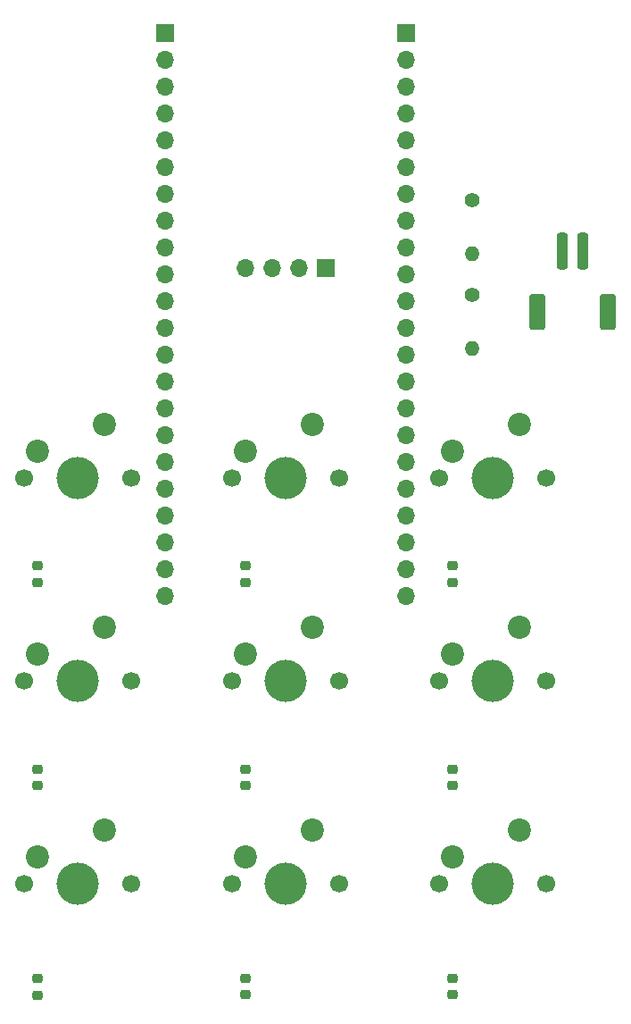
<source format=gbr>
%TF.GenerationSoftware,KiCad,Pcbnew,8.0.3*%
%TF.CreationDate,2024-07-18T02:13:28+08:00*%
%TF.ProjectId,sesto_remote_v2,73657374-6f5f-4726-956d-6f74655f7632,rev?*%
%TF.SameCoordinates,Original*%
%TF.FileFunction,Soldermask,Bot*%
%TF.FilePolarity,Negative*%
%FSLAX46Y46*%
G04 Gerber Fmt 4.6, Leading zero omitted, Abs format (unit mm)*
G04 Created by KiCad (PCBNEW 8.0.3) date 2024-07-18 02:13:28*
%MOMM*%
%LPD*%
G01*
G04 APERTURE LIST*
G04 Aperture macros list*
%AMRoundRect*
0 Rectangle with rounded corners*
0 $1 Rounding radius*
0 $2 $3 $4 $5 $6 $7 $8 $9 X,Y pos of 4 corners*
0 Add a 4 corners polygon primitive as box body*
4,1,4,$2,$3,$4,$5,$6,$7,$8,$9,$2,$3,0*
0 Add four circle primitives for the rounded corners*
1,1,$1+$1,$2,$3*
1,1,$1+$1,$4,$5*
1,1,$1+$1,$6,$7*
1,1,$1+$1,$8,$9*
0 Add four rect primitives between the rounded corners*
20,1,$1+$1,$2,$3,$4,$5,0*
20,1,$1+$1,$4,$5,$6,$7,0*
20,1,$1+$1,$6,$7,$8,$9,0*
20,1,$1+$1,$8,$9,$2,$3,0*%
G04 Aperture macros list end*
%ADD10C,1.700000*%
%ADD11C,4.000000*%
%ADD12C,2.200000*%
%ADD13R,1.700000X1.700000*%
%ADD14O,1.700000X1.700000*%
%ADD15C,1.400000*%
%ADD16O,1.400000X1.400000*%
%ADD17RoundRect,0.250001X0.499999X1.449999X-0.499999X1.449999X-0.499999X-1.449999X0.499999X-1.449999X0*%
%ADD18RoundRect,0.250000X0.250000X1.500000X-0.250000X1.500000X-0.250000X-1.500000X0.250000X-1.500000X0*%
%ADD19RoundRect,0.218750X-0.256250X0.218750X-0.256250X-0.218750X0.256250X-0.218750X0.256250X0.218750X0*%
G04 APERTURE END LIST*
D10*
%TO.C,SW2*%
X89240000Y-82310000D03*
D11*
X94320000Y-82310000D03*
D10*
X99400000Y-82310000D03*
D12*
X96860000Y-77230000D03*
X90510000Y-79770000D03*
%TD*%
D10*
%TO.C,SW1*%
X69480000Y-82310000D03*
D11*
X74560000Y-82310000D03*
D10*
X79640000Y-82310000D03*
D12*
X77100000Y-77230000D03*
X70750000Y-79770000D03*
%TD*%
D10*
%TO.C,SW3*%
X108870000Y-82310000D03*
D11*
X113950000Y-82310000D03*
D10*
X119030000Y-82310000D03*
D12*
X116490000Y-77230000D03*
X110140000Y-79770000D03*
%TD*%
D13*
%TO.C,J3*%
X98120000Y-62425000D03*
D14*
X95580000Y-62425000D03*
X93040000Y-62425000D03*
X90500000Y-62425000D03*
%TD*%
D10*
%TO.C,SW8*%
X89240000Y-120710000D03*
D11*
X94320000Y-120710000D03*
D10*
X99400000Y-120710000D03*
D12*
X96860000Y-115630000D03*
X90510000Y-118170000D03*
%TD*%
D10*
%TO.C,SW9*%
X108870000Y-120710000D03*
D11*
X113950000Y-120710000D03*
D10*
X119030000Y-120710000D03*
D12*
X116490000Y-115630000D03*
X110140000Y-118170000D03*
%TD*%
D15*
%TO.C,R1*%
X111960000Y-55940000D03*
D16*
X111960000Y-61020000D03*
%TD*%
D10*
%TO.C,SW6*%
X108870000Y-101510000D03*
D11*
X113950000Y-101510000D03*
D10*
X119030000Y-101510000D03*
D12*
X116490000Y-96430000D03*
X110140000Y-98970000D03*
%TD*%
D10*
%TO.C,SW7*%
X69480000Y-120710000D03*
D11*
X74560000Y-120710000D03*
D10*
X79640000Y-120710000D03*
D12*
X77100000Y-115630000D03*
X70750000Y-118170000D03*
%TD*%
D10*
%TO.C,SW4*%
X69480000Y-101510000D03*
D11*
X74560000Y-101510000D03*
D10*
X79640000Y-101510000D03*
D12*
X77100000Y-96430000D03*
X70750000Y-98970000D03*
%TD*%
D15*
%TO.C,R2*%
X111960000Y-64900000D03*
D16*
X111960000Y-69980000D03*
%TD*%
D10*
%TO.C,SW5*%
X89240000Y-101510000D03*
D11*
X94320000Y-101510000D03*
D10*
X99400000Y-101510000D03*
D12*
X96860000Y-96430000D03*
X90510000Y-98970000D03*
%TD*%
D17*
%TO.C,J4*%
X118170000Y-66540000D03*
X124870000Y-66540000D03*
D18*
X120520000Y-60790000D03*
X122520000Y-60790000D03*
%TD*%
D19*
%TO.C,D6*%
X110140000Y-109875000D03*
X110140000Y-111450000D03*
%TD*%
%TO.C,D3*%
X110140000Y-90612500D03*
X110140000Y-92187500D03*
%TD*%
%TO.C,D9*%
X110140000Y-129682500D03*
X110140000Y-131257500D03*
%TD*%
D13*
%TO.C,J1*%
X105710000Y-40150000D03*
D14*
X105710000Y-42690000D03*
X105710000Y-45230000D03*
X105710000Y-47770000D03*
X105710000Y-50310000D03*
X105710000Y-52850000D03*
X105710000Y-55390000D03*
X105710000Y-57930000D03*
X105710000Y-60470000D03*
X105710000Y-63010000D03*
X105710000Y-65550000D03*
X105710000Y-68090000D03*
X105710000Y-70630000D03*
X105710000Y-73170000D03*
X105710000Y-75710000D03*
X105710000Y-78250000D03*
X105710000Y-80790000D03*
X105710000Y-83330000D03*
X105710000Y-85870000D03*
X105710000Y-88410000D03*
X105710000Y-90950000D03*
X105710000Y-93490000D03*
%TD*%
D19*
%TO.C,D7*%
X70750000Y-129702500D03*
X70750000Y-131277500D03*
%TD*%
%TO.C,D1*%
X70750000Y-90612500D03*
X70750000Y-92187500D03*
%TD*%
%TO.C,D5*%
X90510000Y-109875000D03*
X90510000Y-111450000D03*
%TD*%
%TO.C,D2*%
X90510000Y-90612500D03*
X90510000Y-92187500D03*
%TD*%
%TO.C,D8*%
X90510000Y-129675000D03*
X90510000Y-131250000D03*
%TD*%
%TO.C,D4*%
X70750000Y-109875000D03*
X70750000Y-111450000D03*
%TD*%
D13*
%TO.C,J2*%
X82850000Y-40150000D03*
D14*
X82850000Y-42690000D03*
X82850000Y-45230000D03*
X82850000Y-47770000D03*
X82850000Y-50310000D03*
X82850000Y-52850000D03*
X82850000Y-55390000D03*
X82850000Y-57930000D03*
X82850000Y-60470000D03*
X82850000Y-63010000D03*
X82850000Y-65550000D03*
X82850000Y-68090000D03*
X82850000Y-70630000D03*
X82850000Y-73170000D03*
X82850000Y-75710000D03*
X82850000Y-78250000D03*
X82850000Y-80790000D03*
X82850000Y-83330000D03*
X82850000Y-85870000D03*
X82850000Y-88410000D03*
X82850000Y-90950000D03*
X82850000Y-93490000D03*
%TD*%
M02*

</source>
